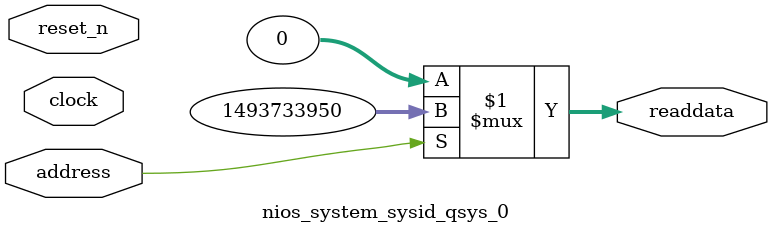
<source format=v>

`timescale 1ns / 1ps
// synthesis translate_on

// turn off superfluous verilog processor warnings 
// altera message_level Level1 
// altera message_off 10034 10035 10036 10037 10230 10240 10030 

module nios_system_sysid_qsys_0 (
               // inputs:
                address,
                clock,
                reset_n,

               // outputs:
                readdata
             )
;

  output  [ 31: 0] readdata;
  input            address;
  input            clock;
  input            reset_n;

  wire    [ 31: 0] readdata;
  //control_slave, which is an e_avalon_slave
  assign readdata = address ? 1493733950 : 0;

endmodule




</source>
